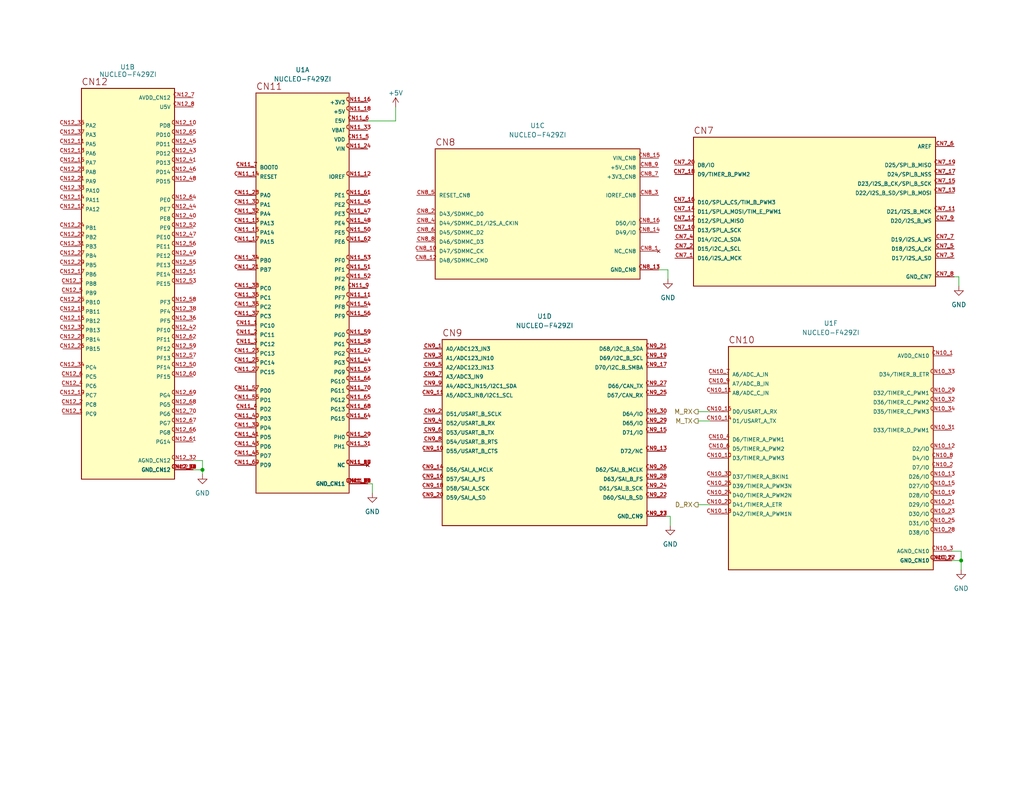
<source format=kicad_sch>
(kicad_sch (version 20230121) (generator eeschema)
  (paper "USLetter")
  (lib_symbols
    (symbol "Nucleo-144:NUCLEO-F429ZI" (pin_names (offset 1.016))
      (property "Reference" "U" (at -12.7 57.15 0))
      (property "Value" "NUCLEO-F429ZI" (at -12.7 -57.15 0))
      (symbol "NUCLEO-F429ZI_1_0"
        (rectangle (start -12.7 -55.88) (end 12.7 53.34) (stroke (width 0.254)) (fill (type background)))
        (text "CN11" (at -12.7 54.102 0) (effects (font (size 1.778 1.778)) (justify left bottom)))
        (pin bidirectional line (at -17.78 -10.16 0) (length 5.08) (name "PC10") (number "CN11_1"))
        (pin no_connect line (at 17.78 -48.26 180) (length 5.08) (name "NC") (number "CN11_10"))
        (pin bidirectional line (at 17.78 -2.54 180) (length 5.08) (name "PF7") (number "CN11_11"))
        (pin bidirectional line (at 17.78 30.48 180) (length 5.08) (name "IOREF") (number "CN11_12"))
        (pin bidirectional line (at -17.78 17.78 0) (length 5.08) (name "PA13") (number "CN11_13"))
        (pin bidirectional line (at -17.78 30.48 0) (length 5.08) (name "RESET") (number "CN11_14"))
        (pin bidirectional line (at -17.78 15.24 0) (length 5.08) (name "PA14") (number "CN11_15"))
        (pin power_in line (at 17.78 50.8 180) (length 5.08) (name "+3V3") (number "CN11_16"))
        (pin bidirectional line (at -17.78 12.7 0) (length 5.08) (name "PA15") (number "CN11_17"))
        (pin power_in line (at 17.78 48.26 180) (length 5.08) (name "+5V") (number "CN11_18"))
        (pin power_in line (at 17.78 -53.34 180) (length 5.08) (name "GND_CN11") (number "CN11_19"))
        (pin bidirectional line (at -17.78 -12.7 0) (length 5.08) (name "PC11") (number "CN11_2"))
        (pin power_in line (at 17.78 -53.34 180) (length 5.08) (name "GND_CN11") (number "CN11_20"))
        (pin bidirectional line (at -17.78 5.08 0) (length 5.08) (name "PB7") (number "CN11_21"))
        (pin power_in line (at 17.78 -53.34 180) (length 5.08) (name "GND_CN11") (number "CN11_22"))
        (pin bidirectional line (at -17.78 -17.78 0) (length 5.08) (name "PC13") (number "CN11_23"))
        (pin power_in line (at 17.78 38.1 180) (length 5.08) (name "VIN") (number "CN11_24"))
        (pin bidirectional line (at -17.78 -20.32 0) (length 5.08) (name "PC14") (number "CN11_25"))
        (pin no_connect line (at 17.78 -48.26 180) (length 5.08) (name "NC") (number "CN11_26"))
        (pin bidirectional line (at -17.78 -22.86 0) (length 5.08) (name "PC15") (number "CN11_27"))
        (pin bidirectional line (at -17.78 25.4 0) (length 5.08) (name "PA0") (number "CN11_28"))
        (pin bidirectional line (at 17.78 -40.64 180) (length 5.08) (name "PH0") (number "CN11_29"))
        (pin bidirectional line (at -17.78 -15.24 0) (length 5.08) (name "PC12") (number "CN11_3"))
        (pin bidirectional line (at -17.78 22.86 0) (length 5.08) (name "PA1") (number "CN11_30"))
        (pin bidirectional line (at 17.78 -43.18 180) (length 5.08) (name "PH1") (number "CN11_31"))
        (pin bidirectional line (at -17.78 20.32 0) (length 5.08) (name "PA4") (number "CN11_32"))
        (pin power_in line (at 17.78 43.18 180) (length 5.08) (name "VBAT") (number "CN11_33"))
        (pin bidirectional line (at -17.78 7.62 0) (length 5.08) (name "PB0") (number "CN11_34"))
        (pin bidirectional line (at -17.78 -5.08 0) (length 5.08) (name "PC2") (number "CN11_35"))
        (pin bidirectional line (at -17.78 -2.54 0) (length 5.08) (name "PC1") (number "CN11_36"))
        (pin bidirectional line (at -17.78 -7.62 0) (length 5.08) (name "PC3") (number "CN11_37"))
        (pin bidirectional line (at -17.78 0 0) (length 5.08) (name "PC0") (number "CN11_38"))
        (pin bidirectional line (at -17.78 -38.1 0) (length 5.08) (name "PD4") (number "CN11_39"))
        (pin bidirectional line (at -17.78 -33.02 0) (length 5.08) (name "PD2") (number "CN11_4"))
        (pin bidirectional line (at -17.78 -35.56 0) (length 5.08) (name "PD3") (number "CN11_40"))
        (pin bidirectional line (at -17.78 -40.64 0) (length 5.08) (name "PD5") (number "CN11_41"))
        (pin bidirectional line (at 17.78 -17.78 180) (length 5.08) (name "PG2") (number "CN11_42"))
        (pin bidirectional line (at -17.78 -43.18 0) (length 5.08) (name "PD6") (number "CN11_43"))
        (pin bidirectional line (at 17.78 -20.32 180) (length 5.08) (name "PG3") (number "CN11_44"))
        (pin bidirectional line (at -17.78 -45.72 0) (length 5.08) (name "PD7") (number "CN11_45"))
        (pin bidirectional line (at 17.78 22.86 180) (length 5.08) (name "PE2") (number "CN11_46"))
        (pin bidirectional line (at 17.78 20.32 180) (length 5.08) (name "PE3") (number "CN11_47"))
        (pin bidirectional line (at 17.78 17.78 180) (length 5.08) (name "PE4") (number "CN11_48"))
        (pin power_in line (at 17.78 -53.34 180) (length 5.08) (name "GND_CN11") (number "CN11_49"))
        (pin power_in line (at 17.78 40.64 180) (length 5.08) (name "VDD") (number "CN11_5"))
        (pin bidirectional line (at 17.78 15.24 180) (length 5.08) (name "PE5") (number "CN11_50"))
        (pin bidirectional line (at 17.78 5.08 180) (length 5.08) (name "PF1") (number "CN11_51"))
        (pin bidirectional line (at 17.78 2.54 180) (length 5.08) (name "PF2") (number "CN11_52"))
        (pin bidirectional line (at 17.78 7.62 180) (length 5.08) (name "PF0") (number "CN11_53"))
        (pin bidirectional line (at 17.78 -5.08 180) (length 5.08) (name "PF8") (number "CN11_54"))
        (pin bidirectional line (at -17.78 -30.48 0) (length 5.08) (name "PD1") (number "CN11_55"))
        (pin bidirectional line (at 17.78 -7.62 180) (length 5.08) (name "PF9") (number "CN11_56"))
        (pin bidirectional line (at -17.78 -27.94 0) (length 5.08) (name "PD0") (number "CN11_57"))
        (pin bidirectional line (at 17.78 -15.24 180) (length 5.08) (name "PG1") (number "CN11_58"))
        (pin bidirectional line (at 17.78 -12.7 180) (length 5.08) (name "PG0") (number "CN11_59"))
        (pin power_in line (at 17.78 45.72 180) (length 5.08) (name "E5V") (number "CN11_6"))
        (pin power_in line (at 17.78 -53.34 180) (length 5.08) (name "GND_CN11") (number "CN11_60"))
        (pin bidirectional line (at 17.78 25.4 180) (length 5.08) (name "PE1") (number "CN11_61"))
        (pin bidirectional line (at 17.78 12.7 180) (length 5.08) (name "PE6") (number "CN11_62"))
        (pin bidirectional line (at 17.78 -22.86 180) (length 5.08) (name "PG9") (number "CN11_63"))
        (pin bidirectional line (at 17.78 -35.56 180) (length 5.08) (name "PG15") (number "CN11_64"))
        (pin bidirectional line (at 17.78 -30.48 180) (length 5.08) (name "PG12") (number "CN11_65"))
        (pin bidirectional line (at 17.78 -25.4 180) (length 5.08) (name "PG10") (number "CN11_66"))
        (pin no_connect line (at 17.78 -48.26 180) (length 5.08) (name "NC") (number "CN11_67"))
        (pin bidirectional line (at 17.78 -33.02 180) (length 5.08) (name "PG13") (number "CN11_68"))
        (pin bidirectional line (at -17.78 -48.26 0) (length 5.08) (name "PD9") (number "CN11_69"))
        (pin bidirectional line (at -17.78 33.02 0) (length 5.08) (name "BOOT0") (number "CN11_7"))
        (pin bidirectional line (at 17.78 -27.94 180) (length 5.08) (name "PG11") (number "CN11_70"))
        (pin power_in line (at 17.78 -53.34 180) (length 5.08) (name "GND_CN11") (number "CN11_71"))
        (pin power_in line (at 17.78 -53.34 180) (length 5.08) (name "GND_CN11") (number "CN11_72"))
        (pin power_in line (at 17.78 -53.34 180) (length 5.08) (name "GND_CN11") (number "CN11_8"))
        (pin bidirectional line (at 17.78 0 180) (length 5.08) (name "PF6") (number "CN11_9"))
      )
      (symbol "NUCLEO-F429ZI_2_0"
        (rectangle (start -12.7 -53.34) (end 12.7 53.34) (stroke (width 0.254)) (fill (type background)))
        (text "CN12" (at -12.7 54.102 0) (effects (font (size 1.778 1.778)) (justify left bottom)))
        (pin bidirectional line (at -17.78 -35.56 0) (length 5.08) (name "PC9") (number "CN12_1"))
        (pin bidirectional line (at 17.78 43.18 180) (length 5.08) (name "PD8") (number "CN12_10"))
        (pin bidirectional line (at -17.78 38.1 0) (length 5.08) (name "PA5") (number "CN12_11"))
        (pin bidirectional line (at -17.78 20.32 0) (length 5.08) (name "PA12") (number "CN12_12"))
        (pin bidirectional line (at -17.78 35.56 0) (length 5.08) (name "PA6") (number "CN12_13"))
        (pin bidirectional line (at -17.78 22.86 0) (length 5.08) (name "PA11") (number "CN12_14"))
        (pin bidirectional line (at -17.78 33.02 0) (length 5.08) (name "PA7") (number "CN12_15"))
        (pin bidirectional line (at -17.78 -10.16 0) (length 5.08) (name "PB12") (number "CN12_16"))
        (pin bidirectional line (at -17.78 2.54 0) (length 5.08) (name "PB6") (number "CN12_17"))
        (pin bidirectional line (at -17.78 -7.62 0) (length 5.08) (name "PB11") (number "CN12_18"))
        (pin bidirectional line (at -17.78 -30.48 0) (length 5.08) (name "PC7") (number "CN12_19"))
        (pin bidirectional line (at -17.78 -33.02 0) (length 5.08) (name "PC8") (number "CN12_2"))
        (pin power_in line (at 17.78 -50.8 180) (length 5.08) (name "GND_CN12") (number "CN12_20"))
        (pin bidirectional line (at -17.78 27.94 0) (length 5.08) (name "PA9") (number "CN12_21"))
        (pin bidirectional line (at -17.78 12.7 0) (length 5.08) (name "PB2") (number "CN12_22"))
        (pin bidirectional line (at -17.78 30.48 0) (length 5.08) (name "PA8") (number "CN12_23"))
        (pin bidirectional line (at -17.78 15.24 0) (length 5.08) (name "PB1") (number "CN12_24"))
        (pin bidirectional line (at -17.78 -5.08 0) (length 5.08) (name "PB10") (number "CN12_25"))
        (pin bidirectional line (at -17.78 -17.78 0) (length 5.08) (name "PB15") (number "CN12_26"))
        (pin bidirectional line (at -17.78 7.62 0) (length 5.08) (name "PB4") (number "CN12_27"))
        (pin bidirectional line (at -17.78 -15.24 0) (length 5.08) (name "PB14") (number "CN12_28"))
        (pin bidirectional line (at -17.78 5.08 0) (length 5.08) (name "PB5") (number "CN12_29"))
        (pin bidirectional line (at -17.78 0 0) (length 5.08) (name "PB8") (number "CN12_3"))
        (pin bidirectional line (at -17.78 -12.7 0) (length 5.08) (name "PB13") (number "CN12_30"))
        (pin bidirectional line (at -17.78 10.16 0) (length 5.08) (name "PB3") (number "CN12_31"))
        (pin power_in line (at 17.78 -48.26 180) (length 5.08) (name "AGND_CN12") (number "CN12_32"))
        (pin bidirectional line (at -17.78 25.4 0) (length 5.08) (name "PA10") (number "CN12_33"))
        (pin bidirectional line (at -17.78 -22.86 0) (length 5.08) (name "PC4") (number "CN12_34"))
        (pin bidirectional line (at -17.78 43.18 0) (length 5.08) (name "PA2") (number "CN12_35"))
        (pin bidirectional line (at 17.78 -10.16 180) (length 5.08) (name "PF5") (number "CN12_36"))
        (pin bidirectional line (at -17.78 40.64 0) (length 5.08) (name "PA3") (number "CN12_37"))
        (pin bidirectional line (at 17.78 -7.62 180) (length 5.08) (name "PF4") (number "CN12_38"))
        (pin power_in line (at 17.78 -50.8 180) (length 5.08) (name "GND_CN12") (number "CN12_39"))
        (pin bidirectional line (at -17.78 -27.94 0) (length 5.08) (name "PC6") (number "CN12_4"))
        (pin bidirectional line (at 17.78 17.78 180) (length 5.08) (name "PE8") (number "CN12_40"))
        (pin bidirectional line (at 17.78 33.02 180) (length 5.08) (name "PD13") (number "CN12_41"))
        (pin bidirectional line (at 17.78 -12.7 180) (length 5.08) (name "PF10") (number "CN12_42"))
        (pin bidirectional line (at 17.78 35.56 180) (length 5.08) (name "PD12") (number "CN12_43"))
        (pin bidirectional line (at 17.78 20.32 180) (length 5.08) (name "PE7") (number "CN12_44"))
        (pin bidirectional line (at 17.78 38.1 180) (length 5.08) (name "PD11") (number "CN12_45"))
        (pin bidirectional line (at 17.78 30.48 180) (length 5.08) (name "PD14") (number "CN12_46"))
        (pin bidirectional line (at 17.78 12.7 180) (length 5.08) (name "PE10") (number "CN12_47"))
        (pin bidirectional line (at 17.78 27.94 180) (length 5.08) (name "PD15") (number "CN12_48"))
        (pin bidirectional line (at 17.78 7.62 180) (length 5.08) (name "PE12") (number "CN12_49"))
        (pin bidirectional line (at -17.78 -2.54 0) (length 5.08) (name "PB9") (number "CN12_5"))
        (pin bidirectional line (at 17.78 -22.86 180) (length 5.08) (name "PF14") (number "CN12_50"))
        (pin bidirectional line (at 17.78 2.54 180) (length 5.08) (name "PE14") (number "CN12_51"))
        (pin bidirectional line (at 17.78 15.24 180) (length 5.08) (name "PE9") (number "CN12_52"))
        (pin bidirectional line (at 17.78 0 180) (length 5.08) (name "PE15") (number "CN12_53"))
        (pin power_in line (at 17.78 -50.8 180) (length 5.08) (name "GND_CN12") (number "CN12_54"))
        (pin bidirectional line (at 17.78 5.08 180) (length 5.08) (name "PE13") (number "CN12_55"))
        (pin bidirectional line (at 17.78 10.16 180) (length 5.08) (name "PE11") (number "CN12_56"))
        (pin bidirectional line (at 17.78 -20.32 180) (length 5.08) (name "PF13") (number "CN12_57"))
        (pin bidirectional line (at 17.78 -5.08 180) (length 5.08) (name "PF3") (number "CN12_58"))
        (pin bidirectional line (at 17.78 -17.78 180) (length 5.08) (name "PF12") (number "CN12_59"))
        (pin bidirectional line (at -17.78 -25.4 0) (length 5.08) (name "PC5") (number "CN12_6"))
        (pin bidirectional line (at 17.78 -25.4 180) (length 5.08) (name "PF15") (number "CN12_60"))
        (pin bidirectional line (at 17.78 -43.18 180) (length 5.08) (name "PG14") (number "CN12_61"))
        (pin bidirectional line (at 17.78 -15.24 180) (length 5.08) (name "PF11") (number "CN12_62"))
        (pin power_in line (at 17.78 -50.8 180) (length 5.08) (name "GND_CN12") (number "CN12_63"))
        (pin bidirectional line (at 17.78 22.86 180) (length 5.08) (name "PE0") (number "CN12_64"))
        (pin bidirectional line (at 17.78 40.64 180) (length 5.08) (name "PD10") (number "CN12_65"))
        (pin bidirectional line (at 17.78 -40.64 180) (length 5.08) (name "PG8") (number "CN12_66"))
        (pin bidirectional line (at 17.78 -38.1 180) (length 5.08) (name "PG7") (number "CN12_67"))
        (pin bidirectional line (at 17.78 -33.02 180) (length 5.08) (name "PG5") (number "CN12_68"))
        (pin bidirectional line (at 17.78 -30.48 180) (length 5.08) (name "PG4") (number "CN12_69"))
        (pin power_in line (at 17.78 50.8 180) (length 5.08) (name "AVDD_CN12") (number "CN12_7"))
        (pin bidirectional line (at 17.78 -35.56 180) (length 5.08) (name "PG6") (number "CN12_70"))
        (pin power_in line (at 17.78 -50.8 180) (length 5.08) (name "GND_CN12") (number "CN12_71"))
        (pin power_in line (at 17.78 -50.8 180) (length 5.08) (name "GND_CN12") (number "CN12_72"))
        (pin power_in line (at 17.78 48.26 180) (length 5.08) (name "U5V") (number "CN12_8"))
        (pin power_in line (at 17.78 -50.8 180) (length 5.08) (name "GND_CN12") (number "CN12_9"))
      )
      (symbol "NUCLEO-F429ZI_3_0"
        (rectangle (start -27.94 -17.78) (end 27.94 17.78) (stroke (width 0.254)) (fill (type background)))
        (text "CN8" (at -27.94 18.542 0) (effects (font (size 1.778 1.778)) (justify left bottom)))
        (pin no_connect line (at 33.02 -10.16 180) (length 5.08) (name "NC_CN8") (number "CN8_1"))
        (pin bidirectional line (at -33.02 -10.16 0) (length 5.08) (name "D47/SDMMC_CK") (number "CN8_10"))
        (pin power_in line (at 33.02 -15.24 180) (length 5.08) (name "GND_CN8") (number "CN8_11"))
        (pin bidirectional line (at -33.02 -12.7 0) (length 5.08) (name "D48/SDMMC_CMD") (number "CN8_12"))
        (pin power_in line (at 33.02 -15.24 180) (length 5.08) (name "GND_CN8") (number "CN8_13"))
        (pin bidirectional line (at 33.02 -5.08 180) (length 5.08) (name "D49/IO") (number "CN8_14"))
        (pin power_in line (at 33.02 15.24 180) (length 5.08) (name "VIN_CN8") (number "CN8_15"))
        (pin bidirectional line (at 33.02 -2.54 180) (length 5.08) (name "D50/IO") (number "CN8_16"))
        (pin bidirectional line (at -33.02 0 0) (length 5.08) (name "D43/SDMMC_D0") (number "CN8_2"))
        (pin bidirectional line (at 33.02 5.08 180) (length 5.08) (name "IOREF_CN8") (number "CN8_3"))
        (pin bidirectional line (at -33.02 -2.54 0) (length 5.08) (name "D44/SDMMC_D1/I2S_A_CKIN") (number "CN8_4"))
        (pin bidirectional line (at -33.02 5.08 0) (length 5.08) (name "RESET_CN8") (number "CN8_5"))
        (pin bidirectional line (at -33.02 -5.08 0) (length 5.08) (name "D45/SDMMC_D2") (number "CN8_6"))
        (pin power_in line (at 33.02 10.16 180) (length 5.08) (name "+3V3_CN8") (number "CN8_7"))
        (pin bidirectional line (at -33.02 -7.62 0) (length 5.08) (name "D46/SDMMC_D3") (number "CN8_8"))
        (pin power_in line (at 33.02 12.7 180) (length 5.08) (name "+5V_CN8") (number "CN8_9"))
      )
      (symbol "NUCLEO-F429ZI_4_0"
        (rectangle (start -27.94 -25.4) (end 27.94 25.4) (stroke (width 0.254)) (fill (type background)))
        (text "CN9" (at -27.94 26.162 0) (effects (font (size 1.778 1.778)) (justify left bottom)))
        (pin input line (at -33.02 22.86 0) (length 5.08) (name "A0/ADC123_IN3") (number "CN9_1"))
        (pin bidirectional line (at -33.02 -5.08 0) (length 5.08) (name "D55/USART_B_CTS") (number "CN9_10"))
        (pin input line (at -33.02 10.16 0) (length 5.08) (name "A5/ADC3_IN8/I2C1_SCL") (number "CN9_11"))
        (pin power_in line (at 33.02 -22.86 180) (length 5.08) (name "GND_CN9") (number "CN9_12"))
        (pin bidirectional line (at 33.02 -5.08 180) (length 5.08) (name "D72/NC") (number "CN9_13"))
        (pin bidirectional line (at -33.02 -10.16 0) (length 5.08) (name "D56/SAI_A_MCLK") (number "CN9_14"))
        (pin bidirectional line (at 33.02 0 180) (length 5.08) (name "D71/IO") (number "CN9_15"))
        (pin bidirectional line (at -33.02 -12.7 0) (length 5.08) (name "D57/SAI_A_FS") (number "CN9_16"))
        (pin bidirectional line (at 33.02 17.78 180) (length 5.08) (name "D70/I2C_B_SMBA") (number "CN9_17"))
        (pin bidirectional line (at -33.02 -15.24 0) (length 5.08) (name "D58/SAI_A_SCK") (number "CN9_18"))
        (pin bidirectional line (at 33.02 20.32 180) (length 5.08) (name "D69/I2C_B_SCL") (number "CN9_19"))
        (pin bidirectional line (at -33.02 5.08 0) (length 5.08) (name "D51/USART_B_SCLK") (number "CN9_2"))
        (pin bidirectional line (at -33.02 -17.78 0) (length 5.08) (name "D59/SAI_A_SD") (number "CN9_20"))
        (pin bidirectional line (at 33.02 22.86 180) (length 5.08) (name "D68/I2C_B_SDA") (number "CN9_21"))
        (pin bidirectional line (at 33.02 -17.78 180) (length 5.08) (name "D60/SAI_B_SD") (number "CN9_22"))
        (pin power_in line (at 33.02 -22.86 180) (length 5.08) (name "GND_CN9") (number "CN9_23"))
        (pin bidirectional line (at 33.02 -15.24 180) (length 5.08) (name "D61/SAI_B_SCK") (number "CN9_24"))
        (pin input line (at 33.02 10.16 180) (length 5.08) (name "D67/CAN_RX") (number "CN9_25"))
        (pin bidirectional line (at 33.02 -10.16 180) (length 5.08) (name "D62/SAI_B_MCLK") (number "CN9_26"))
        (pin output line (at 33.02 12.7 180) (length 5.08) (name "D66/CAN_TX") (number "CN9_27"))
        (pin bidirectional line (at 33.02 -12.7 180) (length 5.08) (name "D63/SAI_B_FS") (number "CN9_28"))
        (pin bidirectional line (at 33.02 2.54 180) (length 5.08) (name "D65/IO") (number "CN9_29"))
        (pin input line (at -33.02 20.32 0) (length 5.08) (name "A1/ADC123_IN10") (number "CN9_3"))
        (pin bidirectional line (at 33.02 5.08 180) (length 5.08) (name "D64/IO") (number "CN9_30"))
        (pin bidirectional line (at -33.02 2.54 0) (length 5.08) (name "D52/USART_B_RX") (number "CN9_4"))
        (pin input line (at -33.02 17.78 0) (length 5.08) (name "A2/ADC123_IN13") (number "CN9_5"))
        (pin bidirectional line (at -33.02 0 0) (length 5.08) (name "D53/USART_B_TX") (number "CN9_6"))
        (pin input line (at -33.02 15.24 0) (length 5.08) (name "A3/ADC3_IN9") (number "CN9_7"))
        (pin bidirectional line (at -33.02 -2.54 0) (length 5.08) (name "D54/USART_B_RTS") (number "CN9_8"))
        (pin input line (at -33.02 12.7 0) (length 5.08) (name "A4/ADC3_IN15/I2C1_SDA") (number "CN9_9"))
      )
      (symbol "NUCLEO-F429ZI_5_0"
        (rectangle (start -33.02 -20.32) (end 33.02 20.32) (stroke (width 0.254)) (fill (type background)))
        (text "CN7" (at -33.02 21.082 0) (effects (font (size 1.778 1.778)) (justify left bottom)))
        (pin bidirectional line (at -38.1 -12.7 0) (length 5.08) (name "D16/I2S_A_MCK") (number "CN7_1"))
        (pin bidirectional line (at -38.1 -5.08 0) (length 5.08) (name "D13/SPI_A_SCK") (number "CN7_10"))
        (pin bidirectional line (at 38.1 0 180) (length 5.08) (name "D21/I2S_B_MCK") (number "CN7_11"))
        (pin bidirectional line (at -38.1 -2.54 0) (length 5.08) (name "D12/SPI_A_MISO") (number "CN7_12"))
        (pin bidirectional line (at 38.1 5.08 180) (length 5.08) (name "D22/I2S_B_SD/SPI_B_MOSI") (number "CN7_13"))
        (pin bidirectional line (at -38.1 0 0) (length 5.08) (name "D11/SPI_A_MOSI/TIM_E_PWM1") (number "CN7_14"))
        (pin bidirectional line (at 38.1 7.62 180) (length 5.08) (name "D23/I2S_B_CK/SPI_B_SCK") (number "CN7_15"))
        (pin bidirectional line (at -38.1 2.54 0) (length 5.08) (name "D10/SPI_A_CS/TIM_B_PWM3") (number "CN7_16"))
        (pin bidirectional line (at 38.1 10.16 180) (length 5.08) (name "D24/SPI_B_NSS") (number "CN7_17"))
        (pin bidirectional line (at -38.1 10.16 0) (length 5.08) (name "D9/TIMER_B_PWM2") (number "CN7_18"))
        (pin bidirectional line (at 38.1 12.7 180) (length 5.08) (name "D25/SPI_B_MISO") (number "CN7_19"))
        (pin bidirectional line (at -38.1 -10.16 0) (length 5.08) (name "D15/I2C_A_SCL") (number "CN7_2"))
        (pin bidirectional line (at -38.1 12.7 0) (length 5.08) (name "D8/IO") (number "CN7_20"))
        (pin bidirectional line (at 38.1 -12.7 180) (length 5.08) (name "D17/I2S_A_SD") (number "CN7_3"))
        (pin bidirectional line (at -38.1 -7.62 0) (length 5.08) (name "D14/I2C_A_SDA") (number "CN7_4"))
        (pin bidirectional line (at 38.1 -10.16 180) (length 5.08) (name "D18/I2S_A_CK") (number "CN7_5"))
        (pin power_in line (at 38.1 17.78 180) (length 5.08) (name "AREF") (number "CN7_6"))
        (pin bidirectional line (at 38.1 -7.62 180) (length 5.08) (name "D19/I2S_A_WS") (number "CN7_7"))
        (pin power_in line (at 38.1 -17.78 180) (length 5.08) (name "GND_CN7") (number "CN7_8"))
        (pin bidirectional line (at 38.1 -2.54 180) (length 5.08) (name "D20/I2S_B_WS") (number "CN7_9"))
      )
      (symbol "NUCLEO-F429ZI_6_0"
        (rectangle (start -27.94 -30.48) (end 27.94 30.48) (stroke (width 0.254)) (fill (type background)))
        (text "CN10" (at -27.94 31.242 0) (effects (font (size 1.778 1.778)) (justify left bottom)))
        (pin power_in line (at 33.02 27.94 180) (length 5.08) (name "AVDD_CN10") (number "CN10_1"))
        (pin bidirectional line (at -33.02 0 0) (length 5.08) (name "D3/TIMER_A_PWM3") (number "CN10_10"))
        (pin input line (at -33.02 17.78 0) (length 5.08) (name "A8/ADC_C_IN") (number "CN10_11"))
        (pin bidirectional line (at 33.02 2.54 180) (length 5.08) (name "D2/IO") (number "CN10_12"))
        (pin bidirectional line (at 33.02 -5.08 180) (length 5.08) (name "D26/IO") (number "CN10_13"))
        (pin output line (at -33.02 10.16 0) (length 5.08) (name "D1/USART_A_TX") (number "CN10_14"))
        (pin bidirectional line (at 33.02 -7.62 180) (length 5.08) (name "D27/IO") (number "CN10_15"))
        (pin input line (at -33.02 12.7 0) (length 5.08) (name "D0/USART_A_RX") (number "CN10_16"))
        (pin power_in line (at 33.02 -27.94 180) (length 5.08) (name "GND_CN10") (number "CN10_17"))
        (pin bidirectional line (at -33.02 -15.24 0) (length 5.08) (name "D42/TIMER_A_PWM1N") (number "CN10_18"))
        (pin bidirectional line (at 33.02 -10.16 180) (length 5.08) (name "D28/IO") (number "CN10_19"))
        (pin bidirectional line (at 33.02 -2.54 180) (length 5.08) (name "D7/IO") (number "CN10_2"))
        (pin bidirectional line (at -33.02 -12.7 0) (length 5.08) (name "D41/TIMER_A_ETR") (number "CN10_20"))
        (pin bidirectional line (at 33.02 -12.7 180) (length 5.08) (name "D29/IO") (number "CN10_21"))
        (pin power_in line (at 33.02 -27.94 180) (length 5.08) (name "GND_CN10") (number "CN10_22"))
        (pin bidirectional line (at 33.02 -15.24 180) (length 5.08) (name "D30/IO") (number "CN10_23"))
        (pin bidirectional line (at -33.02 -10.16 0) (length 5.08) (name "D40/TIMER_A_PWM2N") (number "CN10_24"))
        (pin bidirectional line (at 33.02 -17.78 180) (length 5.08) (name "D31/IO") (number "CN10_25"))
        (pin bidirectional line (at -33.02 -7.62 0) (length 5.08) (name "D39/TIMER_A_PWM3N") (number "CN10_26"))
        (pin power_in line (at 33.02 -27.94 180) (length 5.08) (name "GND_CN10") (number "CN10_27"))
        (pin bidirectional line (at 33.02 -20.32 180) (length 5.08) (name "D38/IO") (number "CN10_28"))
        (pin bidirectional line (at 33.02 17.78 180) (length 5.08) (name "D32/TIMER_C_PWM1") (number "CN10_29"))
        (pin power_in line (at 33.02 -25.4 180) (length 5.08) (name "AGND_CN10") (number "CN10_3"))
        (pin bidirectional line (at -33.02 -5.08 0) (length 5.08) (name "D37/TIMER_A_BKIN1") (number "CN10_30"))
        (pin bidirectional line (at 33.02 7.62 180) (length 5.08) (name "D33/TIMER_D_PWM1") (number "CN10_31"))
        (pin bidirectional line (at 33.02 15.24 180) (length 5.08) (name "D36/TIMER_C_PWM2") (number "CN10_32"))
        (pin bidirectional line (at 33.02 22.86 180) (length 5.08) (name "D34/TIMER_B_ETR") (number "CN10_33"))
        (pin bidirectional line (at 33.02 12.7 180) (length 5.08) (name "D35/TIMER_C_PWM3") (number "CN10_34"))
        (pin bidirectional line (at -33.02 5.08 0) (length 5.08) (name "D6/TIMER_A_PWM1") (number "CN10_4"))
        (pin power_in line (at 33.02 -27.94 180) (length 5.08) (name "GND_CN10") (number "CN10_5"))
        (pin bidirectional line (at -33.02 2.54 0) (length 5.08) (name "D5/TIMER_A_PWM2") (number "CN10_6"))
        (pin input line (at -33.02 22.86 0) (length 5.08) (name "A6/ADC_A_IN") (number "CN10_7"))
        (pin bidirectional line (at 33.02 0 180) (length 5.08) (name "D4/IO") (number "CN10_8"))
        (pin input line (at -33.02 20.32 0) (length 5.08) (name "A7/ADC_B_IN") (number "CN10_9"))
      )
    )
    (symbol "power:+5V" (power) (pin_names (offset 0))
      (property "Value" "+5V" (at 0 3.556 0))
      (symbol "+5V_0_1"
        (polyline (pts (xy -0.762 1.27) (xy 0 2.54)))
        (polyline (pts (xy 0 0) (xy 0 2.54)))
        (polyline (pts (xy 0 2.54) (xy 0.762 1.27)))
      )
      (symbol "+5V_1_1"
        (pin power_in line (at 0 0 90) (length 0) hide (name "+5V") (number "1"))
      )
    )
    (symbol "power:GND" (power) (pin_names (offset 0))
      (property "Value" "GND" (at 0 -3.81 0))
      (symbol "GND_0_1"
        (polyline (pts (xy 0 0) (xy 0 -1.27) (xy 1.27 -1.27) (xy 0 -2.54) (xy -1.27 -1.27) (xy 0 -1.27)))
      )
      (symbol "GND_1_1"
        (pin power_in line (at 0 0 270) (length 0) hide (name "GND") (number "1"))
      )
    )
  )
  (junction (at 262.255 153.035))
  (junction (at 55.245 128.27))
  (wire (pts (xy 107.95 29.21) (xy 107.95 33.02)))
  (wire (pts (xy 261.62 75.565) (xy 261.62 78.105)))
  (wire (pts (xy 55.245 125.73) (xy 55.245 128.27)))
  (wire (pts (xy 55.245 128.27) (xy 55.245 129.54)))
  (wire (pts (xy 179.705 73.66) (xy 182.245 73.66)))
  (wire (pts (xy 182.88 140.97) (xy 182.88 143.51)))
  (wire (pts (xy 181.61 140.97) (xy 182.88 140.97)))
  (wire (pts (xy 259.715 153.035) (xy 262.255 153.035)))
  (wire (pts (xy 101.6 132.08) (xy 101.6 134.62)))
  (wire (pts (xy 190.5 137.795) (xy 193.675 137.795)))
  (wire (pts (xy 182.245 73.66) (xy 182.245 76.2)))
  (wire (pts (xy 52.705 128.27) (xy 55.245 128.27)))
  (wire (pts (xy 190.5 112.395) (xy 193.675 112.395)))
  (wire (pts (xy 190.5 114.935) (xy 193.675 114.935)))
  (wire (pts (xy 259.715 150.495) (xy 262.255 150.495)))
  (wire (pts (xy 262.255 150.495) (xy 262.255 153.035)))
  (wire (pts (xy 262.255 153.035) (xy 262.255 155.575)))
  (wire (pts (xy 52.705 125.73) (xy 55.245 125.73)))
  (wire (pts (xy 100.33 132.08) (xy 101.6 132.08)))
  (wire (pts (xy 260.35 75.565) (xy 261.62 75.565)))
  (wire (pts (xy 100.33 33.02) (xy 107.95 33.02)))
  (hierarchical_label "M_TX" (shape output) (at 190.5 114.935 180))
  (hierarchical_label "D_RX" (shape output) (at 190.5 137.795 180))
  (hierarchical_label "M_RX" (shape output) (at 190.5 112.395 180))
  (symbol (lib_id "power:GND") (at 182.88 143.51 0) (unit 1)
    (property "Reference" "#PWR04" (effects hide))
    (property "Value" "GND" (at 182.88 148.59 0))
  )
  (symbol (lib_id "power:+5V") (at 107.95 29.21 0) (unit 1)
    (property "Reference" "#PWR016" (effects hide))
    (property "Value" "+5V" (at 107.95 25.4 0))
  )
  (symbol (lib_id "power:GND") (at 261.62 78.105 0) (unit 1)
    (property "Reference" "#PWR018" (effects hide))
    (property "Value" "GND" (at 261.62 83.185 0))
  )
  (symbol (lib_id "Nucleo-144:NUCLEO-F429ZI") (at 34.925 77.47 0) (unit 2)
    (property "Reference" "U1" (at 34.798 18.288 0))
    (property "Value" "NUCLEO-F429ZI" (at 34.925 20.32 0))
    (property "Footprint" "Local footprints:MODULE_NUCLEO-F429ZI" (effects hide))
    (property "PARTREV" "8" (effects hide))
    (property "MANUFACTURER" "STMicroelectronics" (effects hide))
    (property "MAXIMUM_PACKAGE_HEIGHT" "N/A" (effects hide))
    (property "STANDARD" "Manufacturer Recommendations" (effects hide))
  )
  (symbol (lib_id "Nucleo-144:NUCLEO-F429ZI") (at 148.59 118.11 0) (unit 4)
    (property "Reference" "U1" (at 148.59 86.36 0))
    (property "Value" "NUCLEO-F429ZI" (at 148.59 88.9 0))
    (property "Footprint" "Local footprints:MODULE_NUCLEO-F429ZI" (effects hide))
    (property "PARTREV" "8" (effects hide))
    (property "MANUFACTURER" "STMicroelectronics" (effects hide))
    (property "MAXIMUM_PACKAGE_HEIGHT" "N/A" (effects hide))
    (property "STANDARD" "Manufacturer Recommendations" (effects hide))
  )
  (symbol (lib_id "Nucleo-144:NUCLEO-F429ZI") (at 222.25 57.785 0) (unit 5)
    (property "Reference" "U1" (effects hide))
    (property "Value" "NUCLEO-F429ZI" (effects hide))
    (property "Footprint" "Local footprints:MODULE_NUCLEO-F429ZI" (effects hide))
    (property "PARTREV" "8" (effects hide))
    (property "MANUFACTURER" "STMicroelectronics" (effects hide))
    (property "MAXIMUM_PACKAGE_HEIGHT" "N/A" (effects hide))
    (property "STANDARD" "Manufacturer Recommendations" (effects hide))
  )
  (symbol (lib_id "power:GND") (at 182.245 76.2 0) (unit 1)
    (property "Reference" "#PWR014" (effects hide))
    (property "Value" "GND" (at 182.245 81.28 0))
  )
  (symbol (lib_id "power:GND") (at 262.255 155.575 0) (unit 1)
    (property "Reference" "#PWR017" (effects hide))
    (property "Value" "GND" (at 262.255 160.655 0))
  )
  (symbol (lib_id "Nucleo-144:NUCLEO-F429ZI") (at 146.685 58.42 0) (unit 3)
    (property "Reference" "U1" (at 146.685 34.29 0))
    (property "Value" "NUCLEO-F429ZI" (at 146.685 36.83 0))
    (property "Footprint" "Local footprints:MODULE_NUCLEO-F429ZI" (effects hide))
    (property "PARTREV" "8" (effects hide))
    (property "MANUFACTURER" "STMicroelectronics" (effects hide))
    (property "MAXIMUM_PACKAGE_HEIGHT" "N/A" (effects hide))
    (property "STANDARD" "Manufacturer Recommendations" (effects hide))
  )
  (symbol (lib_id "Nucleo-144:NUCLEO-F429ZI") (at 226.695 125.095 0) (unit 6)
    (property "Reference" "U1" (at 226.695 88.265 0))
    (property "Value" "NUCLEO-F429ZI" (at 226.695 90.805 0))
    (property "Footprint" "Local footprints:MODULE_NUCLEO-F429ZI" (effects hide))
    (property "PARTREV" "8" (effects hide))
    (property "MANUFACTURER" "STMicroelectronics" (effects hide))
    (property "MAXIMUM_PACKAGE_HEIGHT" "N/A" (effects hide))
    (property "STANDARD" "Manufacturer Recommendations" (effects hide))
  )
  (symbol (lib_id "power:GND") (at 101.6 134.62 0) (unit 1)
    (property "Reference" "#PWR015" (effects hide))
    (property "Value" "GND" (at 101.6 139.7 0))
  )
  (symbol (lib_id "Nucleo-144:NUCLEO-F429ZI") (at 82.55 78.74 0) (unit 1)
    (property "Reference" "U1" (at 82.55 19.05 0))
    (property "Value" "NUCLEO-F429ZI" (at 82.55 21.59 0))
    (property "Footprint" "Local footprints:MODULE_NUCLEO-F429ZI" (effects hide))
    (property "PARTREV" "8" (effects hide))
    (property "MANUFACTURER" "STMicroelectronics" (effects hide))
    (property "MAXIMUM_PACKAGE_HEIGHT" "N/A" (effects hide))
    (property "STANDARD" "Manufacturer Recommendations" (effects hide))
  )
  (symbol (lib_id "power:GND") (at 55.245 129.54 0) (unit 1)
    (property "Reference" "#PWR01" (effects hide))
    (property "Value" "GND" (at 55.245 134.62 0))
  )
)
</source>
